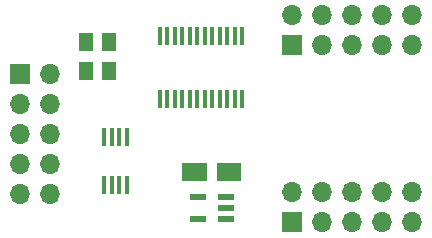
<source format=gts>
%TF.GenerationSoftware,KiCad,Pcbnew,(5.1.6-0-10_14)*%
%TF.CreationDate,2020-09-10T16:31:07+09:00*%
%TF.ProjectId,qPCR-ledcontrol,71504352-2d6c-4656-9463-6f6e74726f6c,rev?*%
%TF.SameCoordinates,Original*%
%TF.FileFunction,Soldermask,Top*%
%TF.FilePolarity,Negative*%
%FSLAX46Y46*%
G04 Gerber Fmt 4.6, Leading zero omitted, Abs format (unit mm)*
G04 Created by KiCad (PCBNEW (5.1.6-0-10_14)) date 2020-09-10 16:31:07*
%MOMM*%
%LPD*%
G01*
G04 APERTURE LIST*
%ADD10R,1.500000X1.500000*%
%ADD11C,0.100000*%
%ADD12O,1.700000X1.700000*%
%ADD13R,1.700000X1.700000*%
%ADD14R,1.473200X0.558800*%
%ADD15R,0.457200X1.524000*%
%ADD16R,0.355600X1.600200*%
%ADD17R,1.250000X1.500000*%
G04 APERTURE END LIST*
D10*
%TO.C,JP1*%
X102045000Y-85730100D03*
X104445000Y-85730100D03*
D11*
G36*
X104245000Y-85730100D02*
G01*
X104745000Y-84980100D01*
X105745000Y-84980100D01*
X105745000Y-86480100D01*
X104745000Y-86480100D01*
X104245000Y-85730100D01*
G37*
G36*
X102245000Y-85730100D02*
G01*
X101745000Y-86480100D01*
X100745000Y-86480100D01*
X100745000Y-84980100D01*
X101745000Y-84980100D01*
X102245000Y-85730100D01*
G37*
%TD*%
D12*
%TO.C,N_CONN1*%
X120160000Y-72460000D03*
X120160000Y-75000000D03*
X117620000Y-72460000D03*
X117620000Y-75000000D03*
X115080000Y-72460000D03*
X115080000Y-75000000D03*
X112540000Y-72460000D03*
X112540000Y-75000000D03*
X110000000Y-72460000D03*
D13*
X110000000Y-75000000D03*
%TD*%
%TO.C,S_CONN1*%
X110000000Y-90000000D03*
D12*
X110000000Y-87460000D03*
X112540000Y-90000000D03*
X112540000Y-87460000D03*
X115080000Y-90000000D03*
X115080000Y-87460000D03*
X117620000Y-90000000D03*
X117620000Y-87460000D03*
X120160000Y-90000000D03*
X120160000Y-87460000D03*
%TD*%
%TO.C,U1*%
X89575600Y-87580000D03*
X87035600Y-87580000D03*
X89575600Y-85040000D03*
X87035600Y-85040000D03*
X89575600Y-82500000D03*
X87035600Y-82500000D03*
X89575600Y-79960000D03*
X87035600Y-79960000D03*
X89575600Y-77420000D03*
D13*
X87035600Y-77420000D03*
%TD*%
D14*
%TO.C,U2*%
X102051200Y-89761101D03*
X102051200Y-87861099D03*
X104438800Y-87861099D03*
X104438800Y-88811100D03*
X104438800Y-89761101D03*
%TD*%
D15*
%TO.C,U3*%
X94120101Y-82761900D03*
X94770099Y-82761900D03*
X95420101Y-82761900D03*
X96070099Y-82761900D03*
X96070099Y-86849100D03*
X95420101Y-86849100D03*
X94770099Y-86849100D03*
X94120101Y-86849100D03*
%TD*%
D16*
%TO.C,U4*%
X105834500Y-79573100D03*
X105199500Y-79573100D03*
X104564500Y-79573100D03*
X103929500Y-79573100D03*
X103294500Y-79573100D03*
X102659500Y-79573100D03*
X102024500Y-79573100D03*
X101389500Y-79573100D03*
X100754500Y-79573100D03*
X100119500Y-79573100D03*
X99484500Y-79573100D03*
X98849500Y-79573100D03*
X98849500Y-74264500D03*
X99484500Y-74264500D03*
X100119500Y-74264500D03*
X100754500Y-74264500D03*
X101389500Y-74264500D03*
X102024500Y-74264500D03*
X102659500Y-74264500D03*
X103294500Y-74264500D03*
X103929500Y-74264500D03*
X104564500Y-74264500D03*
X105199500Y-74264500D03*
X105834500Y-74264500D03*
%TD*%
D17*
%TO.C,C1*%
X94510900Y-77219200D03*
X94510900Y-74719200D03*
%TD*%
%TO.C,C2*%
X92628700Y-74719200D03*
X92628700Y-77219200D03*
%TD*%
M02*

</source>
